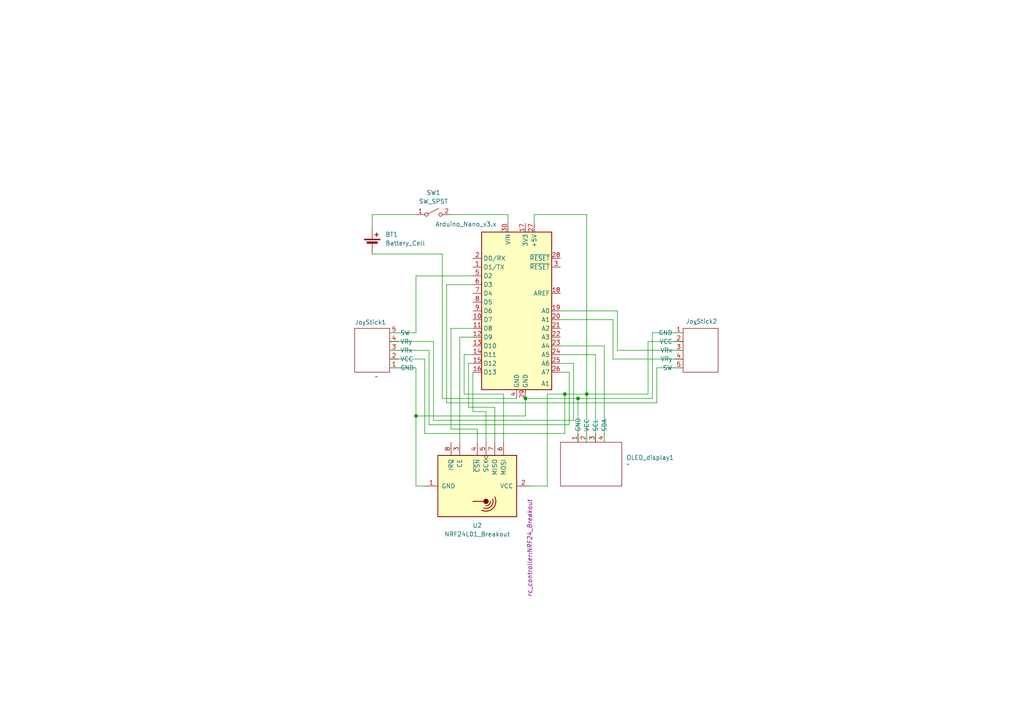
<source format=kicad_sch>
(kicad_sch (version 20250114) (generator "eeschema") (generator_version "9.0")
  (paper "A4")
  (lib_symbols
    (symbol "Device:Battery_Cell" (pin_numbers (hide yes)) (pin_names (offset 0) (hide yes))
      (property "Reference" "BT" (at 2.54 2.54 0))
      (property "Value" "Battery_Cell" (at 2.54 0 0))
      (symbol "Battery_Cell_0_1"
        (rectangle (start -2.286 1.778) (end 2.286 1.524) (fill (type outline)))
        (rectangle (start -1.524 1.016) (end 1.524 0.508) (fill (type outline)))
        (polyline (pts (xy 0 1.778) (xy 0 2.54)))
        (polyline (pts (xy 0 0.762) (xy 0 0)))
        (polyline (pts (xy 0.762 3.048) (xy 1.778 3.048)) (stroke (width 0.254)))
        (polyline (pts (xy 1.27 3.556) (xy 1.27 2.54)) (stroke (width 0.254)))
      )
      (symbol "Battery_Cell_1_1"
        (pin passive line (at 0 5.08 270) (length 2.54) (name "+") (number "1"))
        (pin passive line (at 0 -2.54 90) (length 2.54) (name "-") (number "2"))
      )
    )
    (symbol "MCU_Module:Arduino_Nano_v3.x"
      (property "Reference" "A" (at -10.16 23.495 0))
      (property "Value" "Arduino_Nano_v3.x" (at 5.08 -24.13 0))
      (symbol "Arduino_Nano_v3.x_0_1"
        (rectangle (start -10.16 22.86) (end 10.16 -22.86) (stroke (width 0.254)) (fill (type background)))
      )
      (symbol "Arduino_Nano_v3.x_1_1"
        (pin bidirectional line (at -12.7 15.24 0) (length 2.54) (name "D0/RX") (number "2"))
        (pin bidirectional line (at -12.7 12.7 0) (length 2.54) (name "D1/TX") (number "1"))
        (pin bidirectional line (at -12.7 10.16 0) (length 2.54) (name "D2") (number "5"))
        (pin bidirectional line (at -12.7 7.62 0) (length 2.54) (name "D3") (number "6"))
        (pin bidirectional line (at -12.7 5.08 0) (length 2.54) (name "D4") (number "7"))
        (pin bidirectional line (at -12.7 2.54 0) (length 2.54) (name "D5") (number "8"))
        (pin bidirectional line (at -12.7 0 0) (length 2.54) (name "D6") (number "9"))
        (pin bidirectional line (at -12.7 -2.54 0) (length 2.54) (name "D7") (number "10"))
        (pin bidirectional line (at -12.7 -5.08 0) (length 2.54) (name "D8") (number "11"))
        (pin bidirectional line (at -12.7 -7.62 0) (length 2.54) (name "D9") (number "12"))
        (pin bidirectional line (at -12.7 -10.16 0) (length 2.54) (name "D10") (number "13"))
        (pin bidirectional line (at -12.7 -12.7 0) (length 2.54) (name "D11") (number "14"))
        (pin bidirectional line (at -12.7 -15.24 0) (length 2.54) (name "D12") (number "15"))
        (pin bidirectional line (at -12.7 -17.78 0) (length 2.54) (name "D13") (number "16"))
        (pin power_in line (at -2.54 25.4 270) (length 2.54) (name "VIN") (number "30"))
        (pin power_in line (at 0 -25.4 90) (length 2.54) (name "GND") (number "4"))
        (pin power_out line (at 2.54 25.4 270) (length 2.54) (name "3V3") (number "17"))
        (pin power_in line (at 2.54 -25.4 90) (length 2.54) (name "GND") (number "29"))
        (pin power_out line (at 5.08 25.4 270) (length 2.54) (name "+5V") (number "27"))
        (pin input line (at 12.7 15.24 180) (length 2.54) (name "~{RESET}") (number "28"))
        (pin input line (at 12.7 12.7 180) (length 2.54) (name "~{RESET}") (number "3"))
        (pin input line (at 12.7 5.08 180) (length 2.54) (name "AREF") (number "18"))
        (pin bidirectional line (at 12.7 0 180) (length 2.54) (name "A0") (number "19"))
        (pin bidirectional line (at 12.7 -2.54 180) (length 2.54) (name "A1") (number "20"))
        (pin bidirectional line (at 12.7 -5.08 180) (length 2.54) (name "A2") (number "21"))
        (pin bidirectional line (at 12.7 -7.62 180) (length 2.54) (name "A3") (number "22"))
        (pin bidirectional line (at 12.7 -10.16 180) (length 2.54) (name "A4") (number "23"))
        (pin bidirectional line (at 12.7 -12.7 180) (length 2.54) (name "A5") (number "24"))
        (pin bidirectional line (at 12.7 -15.24 180) (length 2.54) (name "A6") (number "25"))
        (pin bidirectional line (at 12.7 -17.78 180) (length 2.54) (name "A7") (number "26"))
      )
    )
    (symbol "New_Library:Joystick"
      (property "Reference" "JoyStick" (at -0.254 7.62 0))
      (symbol "Joystick_0_1"
        (rectangle (start -5.08 6.35) (end 5.08 -6.35))
        (rectangle (start -3.81 5.08) (end -3.81 5.08))
      )
      (symbol "Joystick_1_1"
        (pin bidirectional line (at -5.08 5.08 180) (length 2.54) (name "GND") (number "1"))
        (pin power_in line (at -5.08 2.54 180) (length 2.54) (name "VCC") (number "2"))
        (pin output line (at -5.08 0 180) (length 2.54) (name "VRx") (number "3"))
        (pin output line (at -5.08 -2.54 180) (length 2.54) (name "VRy") (number "4"))
        (pin output line (at -5.08 -5.08 180) (length 2.54) (name "SW") (number "5"))
      )
    )
    (symbol "New_Library:OLED_Display"
      (property "Reference" "OLED_display" (at 0.254 -5.08 0))
      (symbol "OLED_Display_0_1"
        (rectangle (start -8.89 6.35) (end 8.89 -6.35))
      )
      (symbol "OLED_Display_1_1"
        (pin bidirectional line (at -3.81 6.35 90) (length 2.54) (name "GND") (number "1"))
        (pin power_in line (at -1.27 6.35 90) (length 2.54) (name "VCC") (number "2"))
        (pin input line (at 1.27 6.35 90) (length 2.54) (name "SCL") (number "3"))
        (pin bidirectional line (at 3.81 6.35 90) (length 2.54) (name "SDA") (number "4"))
      )
    )
    (symbol "RF:NRF24L01_Breakout" (pin_names (offset 1.016))
      (property "Reference" "U" (at -8.89 12.7 0))
      (property "Value" "NRF24L01_Breakout" (at 3.81 12.7 0))
      (symbol "NRF24L01_Breakout_0_1"
        (rectangle (start -8.89 11.43) (end 8.89 -11.43) (stroke (width 0.254)) (fill (type background)))
        (arc (start 3.175 5.08) (mid 6.453 4.548) (end 6.985 1.27) (stroke (width 0.254)))
        (circle (center 4.445 2.54) (radius 0.635) (stroke (width 0.254)) (fill (type outline)))
        (polyline (pts (xy 4.445 1.905) (xy 4.445 -1.27)) (stroke (width 0.254)))
        (arc (start 3.81 4.445) (mid 5.8835 3.9785) (end 6.35 1.905) (stroke (width 0.254)))
        (arc (start 4.445 3.81) (mid 5.3558 3.4508) (end 5.715 2.54) (stroke (width 0.254)))
      )
      (symbol "NRF24L01_Breakout_1_1"
        (pin input line (at -12.7 7.62 0) (length 3.81) (name "MOSI") (number "6"))
        (pin output line (at -12.7 5.08 0) (length 3.81) (name "MISO") (number "7"))
        (pin input clock (at -12.7 2.54 0) (length 3.81) (name "SCK") (number "5"))
        (pin input line (at -12.7 0 0) (length 3.81) (name "~{CSN}") (number "4"))
        (pin input line (at -12.7 -5.08 0) (length 3.81) (name "CE") (number "3"))
        (pin output line (at -12.7 -7.62 0) (length 3.81) (name "IRQ") (number "8"))
        (pin power_in line (at 0 15.24 270) (length 3.81) (name "VCC") (number "2"))
        (pin power_in line (at 0 -15.24 90) (length 3.81) (name "GND") (number "1"))
      )
    )
    (symbol "Switch:SW_SPST" (pin_names (offset 0) (hide yes))
      (property "Reference" "SW" (at 0 3.175 0))
      (property "Value" "SW_SPST" (at 0 -2.54 0))
      (symbol "SW_SPST_0_0"
        (circle (center -2.032 0) (radius 0.508))
        (polyline (pts (xy -1.524 0.254) (xy 1.524 1.778)))
        (circle (center 2.032 0) (radius 0.508))
      )
      (symbol "SW_SPST_1_1"
        (pin passive line (at -5.08 0 0) (length 2.54) (name "A") (number "1"))
        (pin passive line (at 5.08 0 180) (length 2.54) (name "B") (number "2"))
      )
    )
  )
  (junction (at 170.18 114.3))
  (junction (at 167.64 115.57))
  (junction (at 152.4 115.57))
  (junction (at 120.65 120.65))
  (junction (at 163.83 114.3))
  (wire (pts (xy 133.35 97.79) (xy 133.35 128.27)))
  (wire (pts (xy 140.97 119.38) (xy 137.16 119.38)))
  (wire (pts (xy 113.03 101.6) (xy 124.46 101.6)))
  (wire (pts (xy 162.56 102.87) (xy 172.72 102.87)))
  (wire (pts (xy 123.19 125.73) (xy 163.83 125.73)))
  (wire (pts (xy 120.65 140.97) (xy 120.65 120.65)))
  (wire (pts (xy 154.94 64.77) (xy 154.94 62.23)))
  (wire (pts (xy 190.5 106.68) (xy 190.5 116.84)))
  (wire (pts (xy 165.1 123.19) (xy 165.1 107.95)))
  (wire (pts (xy 143.51 128.27) (xy 143.51 118.11)))
  (wire (pts (xy 165.1 107.95) (xy 162.56 107.95)))
  (wire (pts (xy 134.62 102.87) (xy 137.16 102.87)))
  (wire (pts (xy 187.96 99.06) (xy 198.12 99.06)))
  (wire (pts (xy 187.96 114.3) (xy 170.18 114.3)))
  (wire (pts (xy 154.94 62.23) (xy 170.18 62.23)))
  (wire (pts (xy 120.65 80.01) (xy 120.65 96.52)))
  (wire (pts (xy 138.43 128.27) (xy 138.43 124.46)))
  (wire (pts (xy 124.46 123.19) (xy 165.1 123.19)))
  (wire (pts (xy 177.8 104.14) (xy 177.8 92.71)))
  (wire (pts (xy 137.16 119.38) (xy 137.16 107.95)))
  (wire (pts (xy 133.35 97.79) (xy 137.16 97.79)))
  (wire (pts (xy 162.56 100.33) (xy 175.26 100.33)))
  (wire (pts (xy 198.12 104.14) (xy 177.8 104.14)))
  (wire (pts (xy 146.05 114.3) (xy 134.62 114.3)))
  (wire (pts (xy 120.65 120.65) (xy 152.4 120.65)))
  (wire (pts (xy 107.95 66.04) (xy 107.95 62.23)))
  (wire (pts (xy 123.19 104.14) (xy 123.19 125.73)))
  (wire (pts (xy 163.83 125.73) (xy 163.83 114.3)))
  (wire (pts (xy 143.51 118.11) (xy 135.89 118.11)))
  (wire (pts (xy 135.89 118.11) (xy 135.89 105.41)))
  (wire (pts (xy 128.27 115.57) (xy 149.86 115.57)))
  (wire (pts (xy 177.8 92.71) (xy 162.56 92.71)))
  (wire (pts (xy 135.89 105.41) (xy 137.16 105.41)))
  (wire (pts (xy 130.81 62.23) (xy 147.32 62.23)))
  (wire (pts (xy 179.07 101.6) (xy 198.12 101.6)))
  (wire (pts (xy 189.23 96.52) (xy 198.12 96.52)))
  (wire (pts (xy 130.81 95.25) (xy 137.16 95.25)))
  (wire (pts (xy 162.56 90.17) (xy 179.07 90.17)))
  (wire (pts (xy 152.4 115.57) (xy 167.64 115.57)))
  (wire (pts (xy 130.81 124.46) (xy 130.81 95.25)))
  (wire (pts (xy 172.72 102.87) (xy 172.72 128.27)))
  (wire (pts (xy 175.26 100.33) (xy 175.26 128.27)))
  (wire (pts (xy 123.19 104.14) (xy 113.03 104.14)))
  (wire (pts (xy 147.32 62.23) (xy 147.32 64.77)))
  (wire (pts (xy 124.46 101.6) (xy 124.46 123.19)))
  (wire (pts (xy 113.03 106.68) (xy 120.65 106.68)))
  (wire (pts (xy 170.18 114.3) (xy 170.18 128.27)))
  (wire (pts (xy 152.4 120.65) (xy 152.4 115.57)))
  (wire (pts (xy 120.65 106.68) (xy 120.65 120.65)))
  (wire (pts (xy 120.65 96.52) (xy 113.03 96.52)))
  (wire (pts (xy 140.97 128.27) (xy 140.97 119.38)))
  (wire (pts (xy 107.95 62.23) (xy 120.65 62.23)))
  (wire (pts (xy 129.54 116.84) (xy 129.54 82.55)))
  (wire (pts (xy 198.12 106.68) (xy 190.5 106.68)))
  (wire (pts (xy 158.75 114.3) (xy 163.83 114.3)))
  (wire (pts (xy 170.18 62.23) (xy 170.18 114.3)))
  (wire (pts (xy 123.19 140.97) (xy 120.65 140.97)))
  (wire (pts (xy 134.62 114.3) (xy 134.62 102.87)))
  (wire (pts (xy 125.73 99.06) (xy 125.73 121.92)))
  (wire (pts (xy 162.56 105.41) (xy 166.37 105.41)))
  (wire (pts (xy 138.43 124.46) (xy 130.81 124.46)))
  (wire (pts (xy 167.64 115.57) (xy 167.64 128.27)))
  (wire (pts (xy 128.27 73.66) (xy 128.27 115.57)))
  (wire (pts (xy 125.73 121.92) (xy 166.37 121.92)))
  (wire (pts (xy 113.03 99.06) (xy 125.73 99.06)))
  (wire (pts (xy 163.83 114.3) (xy 170.18 114.3)))
  (wire (pts (xy 107.95 73.66) (xy 128.27 73.66)))
  (wire (pts (xy 189.23 115.57) (xy 167.64 115.57)))
  (wire (pts (xy 137.16 80.01) (xy 120.65 80.01)))
  (wire (pts (xy 189.23 96.52) (xy 189.23 115.57)))
  (wire (pts (xy 187.96 114.3) (xy 187.96 99.06)))
  (wire (pts (xy 153.67 140.97) (xy 158.75 140.97)))
  (wire (pts (xy 129.54 82.55) (xy 137.16 82.55)))
  (wire (pts (xy 158.75 140.97) (xy 158.75 114.3)))
  (wire (pts (xy 146.05 128.27) (xy 146.05 114.3)))
  (wire (pts (xy 179.07 101.6) (xy 179.07 90.17)))
  (wire (pts (xy 166.37 121.92) (xy 166.37 105.41)))
  (wire (pts (xy 190.5 116.84) (xy 129.54 116.84)))
  (symbol (lib_id "RF:NRF24L01_Breakout") (at 138.43 140.97 270) (unit 1)
    (property "Reference" "U2" (at 138.43 152.4 90))
    (property "Value" "NRF24L01_Breakout" (at 138.43 154.94 90))
    (property "Footprint" "rc_controller:NRF24_Breakout" (at 153.67 144.78 0) (effects (font (italic yes)) (justify left)))
    (property "Datasheet" "http://www.nordicsemi.com/eng/content/download/2730/34105/file/nRF24L01_Product_Specification_v2_0.pdf" (effects (hide yes)))
    (property "Description" "Ultra low power 2.4GHz RF Transceiver, Carrier PCB" (effects (hide yes)))
  )
  (symbol (lib_id "New_Library:Joystick") (at 203.2 101.6 0) (unit 1)
    (property "Reference" "JoyStick2" (at 203.454 93.218 0))
    (property "Value" "~" (at 201.93 93.98 0))
    (property "Footprint" "rc_controller:JoyStick" (effects (hide yes)))
  )
  (symbol (lib_id "New_Library:Joystick") (at 107.95 101.6 180) (unit 1)
    (property "Reference" "JoyStick1" (at 107.442 93.472 0))
    (property "Value" "~" (at 109.22 109.22 0))
    (property "Footprint" "rc_controller:JoyStick" (effects (hide yes)))
  )
  (symbol (lib_id "New_Library:OLED_Display") (at 171.45 134.62 0) (unit 1)
    (property "Reference" "OLED_display1" (at 181.61 132.7149 0) (effects (justify left)))
    (property "Value" "~" (at 181.61 134.62 0) (effects (justify left)))
    (property "Footprint" "rc_controller:OLED_display" (effects (hide yes)))
  )
  (symbol (lib_id "Device:Battery_Cell") (at 107.95 71.12 0) (unit 1)
    (property "Reference" "BT1" (at 111.76 68.0084 0) (effects (justify left)))
    (property "Value" "Battery_Cell" (at 111.76 70.5484 0) (effects (justify left)))
    (property "Description" "Single-cell battery" (effects (hide yes)))
  )
  (symbol (lib_id "Switch:SW_SPST") (at 125.73 62.23 0) (unit 1)
    (property "Reference" "SW1" (at 125.73 55.88 0))
    (property "Value" "SW_SPST" (at 125.73 58.42 0))
    (property "Description" "Single Pole Single Throw (SPST) switch" (effects (hide yes)))
  )
  (symbol (lib_id "MCU_Module:Arduino_Nano_v3.x") (at 149.86 90.17 0) (unit 1)
    (property "Reference" "A1" (at 156.972 111.252 0) (effects (justify left)))
    (property "Value" "Arduino_Nano_v3.x" (at 126.238 65.024 0) (effects (justify left)))
    (property "Footprint" "Module:Arduino_Nano" (effects (hide yes)))
    (property "Datasheet" "http://www.mouser.com/pdfdocs/Gravitech_Arduino_Nano3_0.pdf" (effects (hide yes)))
    (property "Description" "Arduino Nano v3.x" (effects (hide yes)))
  )
)
</source>
